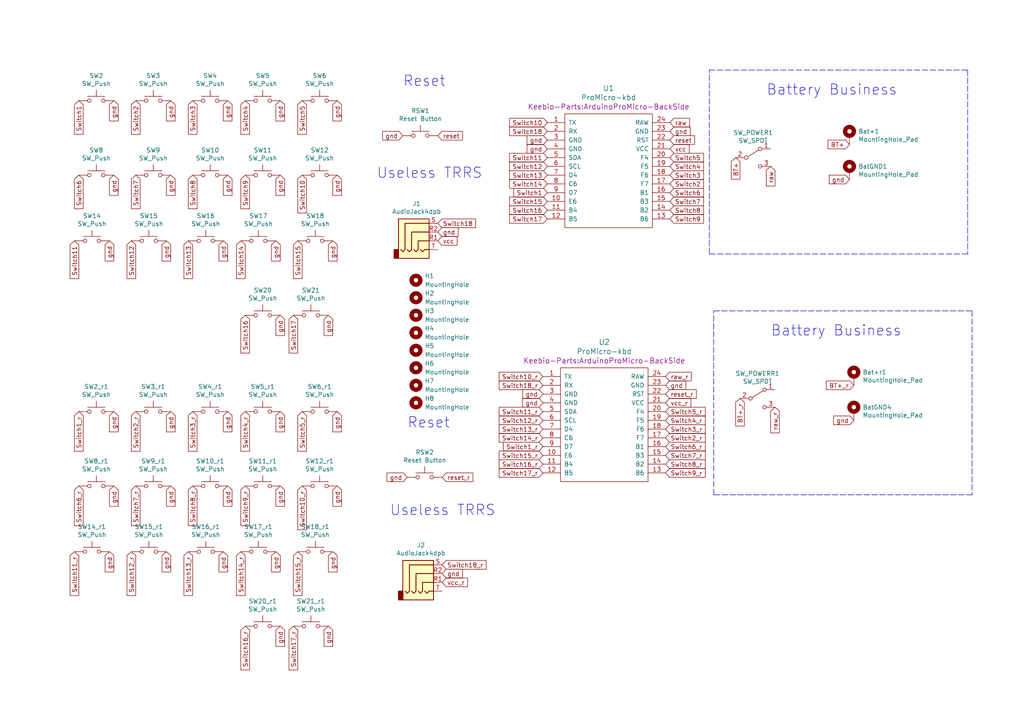
<source format=kicad_sch>
(kicad_sch (version 20211123) (generator eeschema)
  (paper "A4")
  (title_block (title "Sweep V2") (date "2021-03-10") (rev "0.1") (company "broomlabs"))
  (lib_symbols
    (symbol "Connector:AudioJack4"
      (property "Reference" "J" (at 0 8.89 0))
      (property "Value" "AudioJack4" (at 0 6.35 0))
      (symbol "AudioJack4_0_1"
        (rectangle (start -6.35 -5.08) (end -7.62 -7.62) (stroke (width 0.254)) (fill (type outline)))
        (polyline (pts (xy 0 -5.08) (xy 0.635 -5.715) (xy 1.27 -5.08) (xy 2.54 -5.08)) (stroke (width 0.254)))
        (polyline (pts (xy -5.715 -5.08) (xy -5.08 -5.715) (xy -4.445 -5.08) (xy -4.445 2.54) (xy 2.54 2.54)) (stroke (width 0.254)))
        (polyline (pts (xy -1.905 -5.08) (xy -1.27 -5.715) (xy -0.635 -5.08) (xy -0.635 -2.54) (xy 2.54 -2.54)) (stroke (width 0.254)))
        (polyline (pts (xy 2.54 0) (xy -2.54 0) (xy -2.54 -5.08) (xy -3.175 -5.715) (xy -3.81 -5.08)) (stroke (width 0.254)))
        (rectangle (start 2.54 3.81) (end -6.35 -7.62) (stroke (width 0.254)) (fill (type background)))
      )
      (symbol "AudioJack4_1_1"
        (pin passive line (at 5.08 -2.54 180) (length 2.54) (name "~") (number "R1"))
        (pin passive line (at 5.08 0 180) (length 2.54) (name "~") (number "R2"))
        (pin passive line (at 5.08 2.54 180) (length 2.54) (name "~") (number "S"))
        (pin passive line (at 5.08 -5.08 180) (length 2.54) (name "~") (number "T"))
      )
    )
    (symbol "Mechanical:MountingHole" (pin_names (offset 1.016))
      (property "Reference" "H" (at 0 5.08 0))
      (property "Value" "MountingHole" (at 0 3.175 0))
      (symbol "MountingHole_0_1"
        (circle (center 0 0) (radius 1.27) (stroke (width 1.27)))
      )
    )
    (symbol "Mechanical:MountingHole_Pad" (pin_numbers hide) (pin_names (offset 1.016) hide)
      (property "Reference" "H" (at 0 6.35 0))
      (property "Value" "MountingHole_Pad" (at 0 4.445 0))
      (symbol "MountingHole_Pad_0_1"
        (circle (center 0 1.27) (radius 1.27) (stroke (width 1.27)))
      )
      (symbol "MountingHole_Pad_1_1"
        (pin input line (at 0 -2.54 90) (length 2.54) (name "1") (number "1"))
      )
    )
    (symbol "Switch:SW_Push" (pin_numbers hide) (pin_names (offset 1.016) hide)
      (property "Reference" "SW" (at 1.27 2.54 0))
      (property "Value" "SW_Push" (at 0 -1.524 0))
      (symbol "SW_Push_0_1"
        (circle (center -2.032 0) (radius 0.508))
        (polyline (pts (xy 0 1.27) (xy 0 3.048)))
        (polyline (pts (xy 2.54 1.27) (xy -2.54 1.27)))
        (circle (center 2.032 0) (radius 0.508))
        (pin passive line (at -5.08 0 0) (length 2.54) (name "1") (number "1"))
        (pin passive line (at 5.08 0 180) (length 2.54) (name "2") (number "2"))
      )
    )
    (symbol "Switch:SW_SPDT" (pin_names (offset 0) hide)
      (property "Reference" "SW" (at 0 4.318 0))
      (property "Value" "SW_SPDT" (at 0 -5.08 0))
      (symbol "SW_SPDT_0_0"
        (circle (center -2.032 0) (radius 0.508))
        (circle (center 2.032 -2.54) (radius 0.508))
      )
      (symbol "SW_SPDT_0_1"
        (polyline (pts (xy -1.524 0.254) (xy 1.651 2.286)))
        (circle (center 2.032 2.54) (radius 0.508))
      )
      (symbol "SW_SPDT_1_1"
        (pin passive line (at 5.08 2.54 180) (length 2.54) (name "A") (number "1"))
        (pin passive line (at -5.08 0 0) (length 2.54) (name "B") (number "2"))
        (pin passive line (at 5.08 -2.54 180) (length 2.54) (name "C") (number "3"))
      )
    )
    (symbol "sweepv2-rescue:ProMicro-kbd-bigblackpill-34key-rescue" (pin_names (offset 1.016))
      (property "Reference" "U" (at 0 24.13 0))
      (property "Value" "ProMicro-kbd-bigblackpill-34key-rescue" (at 0 -13.97 0))
      (symbol "ProMicro-kbd-bigblackpill-34key-rescue_0_1"
        (rectangle (start -12.7 21.59) (end 12.7 -11.43))
      )
      (symbol "ProMicro-kbd-bigblackpill-34key-rescue_1_1"
        (pin bidirectional line (at -17.78 19.05 0) (length 5.08) (name "TX") (number "1"))
        (pin bidirectional line (at -17.78 -3.81 0) (length 5.08) (name "E6") (number "10"))
        (pin bidirectional line (at -17.78 -6.35 0) (length 5.08) (name "B4") (number "11"))
        (pin bidirectional line (at -17.78 -8.89 0) (length 5.08) (name "B5") (number "12"))
        (pin bidirectional line (at 17.78 -8.89 180) (length 5.08) (name "B6") (number "13"))
        (pin bidirectional line (at 17.78 -6.35 180) (length 5.08) (name "B2") (number "14"))
        (pin bidirectional line (at 17.78 -3.81 180) (length 5.08) (name "B3") (number "15"))
        (pin bidirectional line (at 17.78 -1.27 180) (length 5.08) (name "B1") (number "16"))
        (pin bidirectional line (at 17.78 1.27 180) (length 5.08) (name "F7") (number "17"))
        (pin bidirectional line (at 17.78 3.81 180) (length 5.08) (name "F6") (number "18"))
        (pin bidirectional line (at 17.78 6.35 180) (length 5.08) (name "F5") (number "19"))
        (pin bidirectional line (at -17.78 16.51 0) (length 5.08) (name "RX") (number "2"))
        (pin bidirectional line (at 17.78 8.89 180) (length 5.08) (name "F4") (number "20"))
        (pin power_in line (at 17.78 11.43 180) (length 5.08) (name "VCC") (number "21"))
        (pin input line (at 17.78 13.97 180) (length 5.08) (name "RST") (number "22"))
        (pin power_in line (at 17.78 16.51 180) (length 5.08) (name "GND") (number "23"))
        (pin power_out line (at 17.78 19.05 180) (length 5.08) (name "RAW") (number "24"))
        (pin power_in line (at -17.78 13.97 0) (length 5.08) (name "GND") (number "3"))
        (pin power_in line (at -17.78 11.43 0) (length 5.08) (name "GND") (number "4"))
        (pin bidirectional line (at -17.78 8.89 0) (length 5.08) (name "SDA") (number "5"))
        (pin bidirectional line (at -17.78 6.35 0) (length 5.08) (name "SCL") (number "6"))
        (pin bidirectional line (at -17.78 3.81 0) (length 5.08) (name "D4") (number "7"))
        (pin bidirectional line (at -17.78 1.27 0) (length 5.08) (name "C6") (number "8"))
        (pin bidirectional line (at -17.78 -1.27 0) (length 5.08) (name "D7") (number "9"))
      )
    )
  )
  (polyline (pts (xy 280.67 20.32) (xy 280.67 73.66)))
  (polyline (pts (xy 207.01 143.51) (xy 207.01 90.17)))
  (polyline (pts (xy 207.01 90.17) (xy 281.94 90.17)))
  (polyline (pts (xy 280.67 73.66) (xy 205.74 73.66)))
  (polyline (pts (xy 281.94 143.51) (xy 207.01 143.51)))
  (polyline (pts (xy 205.74 20.32) (xy 280.67 20.32)))
  (polyline (pts (xy 281.94 90.17) (xy 281.94 143.51)))
  (polyline (pts (xy 205.74 73.66) (xy 205.74 20.32)))
  (text "Battery Business" (at 223.52 97.79 0) (effects (font (size 2.9972 2.9972)) (justify left bottom)))
  (text "Useless TRRS\n" (at 113.03 149.86 0) (effects (font (size 2.9972 2.9972)) (justify left bottom)))
  (text "Reset" (at 118.11 124.46 0) (effects (font (size 2.9972 2.9972)) (justify left bottom)))
  (text "Reset" (at 116.84 25.4 0) (effects (font (size 2.9972 2.9972)) (justify left bottom)))
  (text "Useless TRRS\n" (at 109.22 52.07 0) (effects (font (size 2.9972 2.9972)) (justify left bottom)))
  (text "Battery Business" (at 222.25 27.94 0) (effects (font (size 2.9972 2.9972)) (justify left bottom)))
  (global_label "gnd" (shape input) (at 66.04 29.21 270) (property "Intersheet References" "${INTERSHEET_REFS}" (effects hide)))
  (global_label "gnd" (shape input) (at 95.25 181.61 270) (property "Intersheet References" "${INTERSHEET_REFS}" (effects hide)))
  (global_label "Switch9_r" (shape input) (at 71.12 140.97 270) (property "Intersheet References" "${INTERSHEET_REFS}" (effects hide)))
  (global_label "gnd" (shape input) (at 96.52 69.85 270) (property "Intersheet References" "${INTERSHEET_REFS}" (effects hide)))
  (global_label "Switch3" (shape input) (at 55.88 29.21 270) (property "Intersheet References" "${INTERSHEET_REFS}" (effects hide)))
  (global_label "Switch8" (shape input) (at 55.88 50.8 270) (property "Intersheet References" "${INTERSHEET_REFS}" (effects hide)))
  (global_label "gnd" (shape input) (at 116.84 39.37 180) (property "Intersheet References" "${INTERSHEET_REFS}" (effects hide)))
  (global_label "Switch10_r" (shape input) (at 87.63 140.97 270) (property "Intersheet References" "${INTERSHEET_REFS}" (effects hide)))
  (global_label "BT+_r" (shape input) (at 247.65 111.76 180) (property "Intersheet References" "${INTERSHEET_REFS}" (effects hide)))
  (global_label "gnd" (shape input) (at 81.28 181.61 270) (property "Intersheet References" "${INTERSHEET_REFS}" (effects hide)))
  (global_label "Switch18_r" (shape input) (at 157.48 111.76 180) (property "Intersheet References" "${INTERSHEET_REFS}" (effects hide)))
  (global_label "gnd" (shape input) (at 49.53 50.8 270) (property "Intersheet References" "${INTERSHEET_REFS}" (effects hide)))
  (global_label "Switch11" (shape input) (at 158.75 45.72 180) (property "Intersheet References" "${INTERSHEET_REFS}" (effects hide)))
  (global_label "gnd" (shape input) (at 81.28 29.21 270) (property "Intersheet References" "${INTERSHEET_REFS}" (effects hide)))
  (global_label "Switch9" (shape input) (at 194.31 63.5 0) (property "Intersheet References" "${INTERSHEET_REFS}" (effects hide)))
  (global_label "BT+" (shape input) (at 246.38 41.91 180) (property "Intersheet References" "${INTERSHEET_REFS}" (effects hide)))
  (global_label "gnd" (shape input) (at 128.27 166.37 0) (property "Intersheet References" "${INTERSHEET_REFS}" (effects hide)))
  (global_label "Switch15_r" (shape input) (at 157.48 132.08 180) (property "Intersheet References" "${INTERSHEET_REFS}" (effects hide)))
  (global_label "Switch3" (shape input) (at 194.31 50.8 0) (property "Intersheet References" "${INTERSHEET_REFS}" (effects hide)))
  (global_label "Switch10_r" (shape input) (at 157.48 109.22 180) (property "Intersheet References" "${INTERSHEET_REFS}" (effects hide)))
  (global_label "Switch14_r" (shape input) (at 69.85 160.02 270) (property "Intersheet References" "${INTERSHEET_REFS}" (effects hide)))
  (global_label "Switch4_r" (shape input) (at 71.12 119.38 270) (property "Intersheet References" "${INTERSHEET_REFS}" (effects hide)))
  (global_label "gnd" (shape input) (at 157.48 116.84 180) (property "Intersheet References" "${INTERSHEET_REFS}" (effects hide)))
  (global_label "Switch8_r" (shape input) (at 55.88 140.97 270) (property "Intersheet References" "${INTERSHEET_REFS}" (effects hide)))
  (global_label "BT+" (shape input) (at 213.36 45.72 270) (property "Intersheet References" "${INTERSHEET_REFS}" (effects hide)))
  (global_label "Switch14_r" (shape input) (at 157.48 127 180) (property "Intersheet References" "${INTERSHEET_REFS}" (effects hide)))
  (global_label "Switch6" (shape input) (at 194.31 55.88 0) (property "Intersheet References" "${INTERSHEET_REFS}" (effects hide)))
  (global_label "Switch14" (shape input) (at 69.85 69.85 270) (property "Intersheet References" "${INTERSHEET_REFS}" (effects hide)))
  (global_label "gnd" (shape input) (at 158.75 43.18 180) (property "Intersheet References" "${INTERSHEET_REFS}" (effects hide)))
  (global_label "Switch16" (shape input) (at 158.75 60.96 180) (property "Intersheet References" "${INTERSHEET_REFS}" (effects hide)))
  (global_label "gnd" (shape input) (at 81.28 50.8 270) (property "Intersheet References" "${INTERSHEET_REFS}" (effects hide)))
  (global_label "raw_r" (shape input) (at 193.04 109.22 0) (property "Intersheet References" "${INTERSHEET_REFS}" (effects hide)))
  (global_label "Switch5_r" (shape input) (at 193.04 119.38 0) (property "Intersheet References" "${INTERSHEET_REFS}" (effects hide)))
  (global_label "Switch18" (shape input) (at 127 64.77 0) (property "Intersheet References" "${INTERSHEET_REFS}" (effects hide)))
  (global_label "Switch11" (shape input) (at 21.59 69.85 270) (property "Intersheet References" "${INTERSHEET_REFS}" (effects hide)))
  (global_label "Switch7_r" (shape input) (at 39.37 140.97 270) (property "Intersheet References" "${INTERSHEET_REFS}" (effects hide)))
  (global_label "Switch7" (shape input) (at 194.31 58.42 0) (property "Intersheet References" "${INTERSHEET_REFS}" (effects hide)))
  (global_label "Switch15_r" (shape input) (at 86.36 160.02 270) (property "Intersheet References" "${INTERSHEET_REFS}" (effects hide)))
  (global_label "Switch6" (shape input) (at 22.86 50.8 270) (property "Intersheet References" "${INTERSHEET_REFS}" (effects hide)))
  (global_label "Switch1_r" (shape input) (at 157.48 129.54 180) (property "Intersheet References" "${INTERSHEET_REFS}" (effects hide)))
  (global_label "gnd" (shape input) (at 95.25 91.44 270) (property "Intersheet References" "${INTERSHEET_REFS}" (effects hide)))
  (global_label "gnd" (shape input) (at 48.26 160.02 270) (property "Intersheet References" "${INTERSHEET_REFS}" (effects hide)))
  (global_label "reset_r" (shape input) (at 128.27 138.43 0) (property "Intersheet References" "${INTERSHEET_REFS}" (effects hide)))
  (global_label "Switch2" (shape input) (at 194.31 53.34 0) (property "Intersheet References" "${INTERSHEET_REFS}" (effects hide)))
  (global_label "Switch7" (shape input) (at 39.37 50.8 270) (property "Intersheet References" "${INTERSHEET_REFS}" (effects hide)))
  (global_label "gnd" (shape input) (at 158.75 40.64 180) (property "Intersheet References" "${INTERSHEET_REFS}" (effects hide)))
  (global_label "Switch17_r" (shape input) (at 85.09 181.61 270) (property "Intersheet References" "${INTERSHEET_REFS}" (effects hide)))
  (global_label "Switch10" (shape input) (at 87.63 50.8 270) (property "Intersheet References" "${INTERSHEET_REFS}" (effects hide)))
  (global_label "gnd" (shape input) (at 247.65 121.92 180) (property "Intersheet References" "${INTERSHEET_REFS}" (effects hide)))
  (global_label "reset" (shape input) (at 127 39.37 0) (property "Intersheet References" "${INTERSHEET_REFS}" (effects hide)))
  (global_label "Switch4_r" (shape input) (at 193.04 121.92 0) (property "Intersheet References" "${INTERSHEET_REFS}" (effects hide)))
  (global_label "reset_r" (shape input) (at 193.04 114.3 0) (property "Intersheet References" "${INTERSHEET_REFS}" (effects hide)))
  (global_label "Switch2_r" (shape input) (at 39.37 119.38 270) (property "Intersheet References" "${INTERSHEET_REFS}" (effects hide)))
  (global_label "Switch13" (shape input) (at 54.61 69.85 270) (property "Intersheet References" "${INTERSHEET_REFS}" (effects hide)))
  (global_label "Switch12_r" (shape input) (at 157.48 121.92 180) (property "Intersheet References" "${INTERSHEET_REFS}" (effects hide)))
  (global_label "gnd" (shape input) (at 193.04 111.76 0) (property "Intersheet References" "${INTERSHEET_REFS}" (effects hide)))
  (global_label "gnd" (shape input) (at 97.79 29.21 270) (property "Intersheet References" "${INTERSHEET_REFS}" (effects hide)))
  (global_label "Switch16_r" (shape input) (at 71.12 181.61 270) (property "Intersheet References" "${INTERSHEET_REFS}" (effects hide)))
  (global_label "Switch18_r" (shape input) (at 128.27 163.83 0) (property "Intersheet References" "${INTERSHEET_REFS}" (effects hide)))
  (global_label "gnd" (shape input) (at 81.28 140.97 270) (property "Intersheet References" "${INTERSHEET_REFS}" (effects hide)))
  (global_label "gnd" (shape input) (at 49.53 140.97 270) (property "Intersheet References" "${INTERSHEET_REFS}" (effects hide)))
  (global_label "gnd" (shape input) (at 80.01 160.02 270) (property "Intersheet References" "${INTERSHEET_REFS}" (effects hide)))
  (global_label "gnd" (shape input) (at 118.11 138.43 180) (property "Intersheet References" "${INTERSHEET_REFS}" (effects hide)))
  (global_label "Switch8_r" (shape input) (at 193.04 134.62 0) (property "Intersheet References" "${INTERSHEET_REFS}" (effects hide)))
  (global_label "gnd" (shape input) (at 49.53 29.21 270) (property "Intersheet References" "${INTERSHEET_REFS}" (effects hide)))
  (global_label "Switch1" (shape input) (at 22.86 29.21 270) (property "Intersheet References" "${INTERSHEET_REFS}" (effects hide)))
  (global_label "vcc" (shape input) (at 127 69.85 0) (property "Intersheet References" "${INTERSHEET_REFS}" (effects hide)))
  (global_label "vcc_r" (shape input) (at 128.27 168.91 0) (property "Intersheet References" "${INTERSHEET_REFS}" (effects hide)))
  (global_label "raw_r" (shape input) (at 224.79 118.11 270) (property "Intersheet References" "${INTERSHEET_REFS}" (effects hide)))
  (global_label "gnd" (shape input) (at 66.04 119.38 270) (property "Intersheet References" "${INTERSHEET_REFS}" (effects hide)))
  (global_label "gnd" (shape input) (at 31.75 69.85 270) (property "Intersheet References" "${INTERSHEET_REFS}" (effects hide)))
  (global_label "gnd" (shape input) (at 96.52 160.02 270) (property "Intersheet References" "${INTERSHEET_REFS}" (effects hide)))
  (global_label "Switch12" (shape input) (at 38.1 69.85 270) (property "Intersheet References" "${INTERSHEET_REFS}" (effects hide)))
  (global_label "Switch11_r" (shape input) (at 21.59 160.02 270) (property "Intersheet References" "${INTERSHEET_REFS}" (effects hide)))
  (global_label "Switch2" (shape input) (at 39.37 29.21 270) (property "Intersheet References" "${INTERSHEET_REFS}" (effects hide)))
  (global_label "Switch8" (shape input) (at 194.31 60.96 0) (property "Intersheet References" "${INTERSHEET_REFS}" (effects hide)))
  (global_label "gnd" (shape input) (at 157.48 114.3 180) (property "Intersheet References" "${INTERSHEET_REFS}" (effects hide)))
  (global_label "gnd" (shape input) (at 97.79 140.97 270) (property "Intersheet References" "${INTERSHEET_REFS}" (effects hide)))
  (global_label "Switch5" (shape input) (at 194.31 45.72 0) (property "Intersheet References" "${INTERSHEET_REFS}" (effects hide)))
  (global_label "Switch7_r" (shape input) (at 193.04 132.08 0) (property "Intersheet References" "${INTERSHEET_REFS}" (effects hide)))
  (global_label "gnd" (shape input) (at 33.02 119.38 270) (property "Intersheet References" "${INTERSHEET_REFS}" (effects hide)))
  (global_label "gnd" (shape input) (at 33.02 29.21 270) (property "Intersheet References" "${INTERSHEET_REFS}" (effects hide)))
  (global_label "Switch17" (shape input) (at 85.09 91.44 270) (property "Intersheet References" "${INTERSHEET_REFS}" (effects hide)))
  (global_label "Switch3_r" (shape input) (at 55.88 119.38 270) (property "Intersheet References" "${INTERSHEET_REFS}" (effects hide)))
  (global_label "Switch18" (shape input) (at 158.75 38.1 180) (property "Intersheet References" "${INTERSHEET_REFS}" (effects hide)))
  (global_label "reset" (shape input) (at 194.31 40.64 0) (property "Intersheet References" "${INTERSHEET_REFS}" (effects hide)))
  (global_label "Switch11_r" (shape input) (at 157.48 119.38 180) (property "Intersheet References" "${INTERSHEET_REFS}" (effects hide)))
  (global_label "Switch15" (shape input) (at 86.36 69.85 270) (property "Intersheet References" "${INTERSHEET_REFS}" (effects hide)))
  (global_label "gnd" (shape input) (at 97.79 119.38 270) (property "Intersheet References" "${INTERSHEET_REFS}" (effects hide)))
  (global_label "Switch4" (shape input) (at 194.31 48.26 0) (property "Intersheet References" "${INTERSHEET_REFS}" (effects hide)))
  (global_label "Switch5" (shape input) (at 87.63 29.21 270) (property "Intersheet References" "${INTERSHEET_REFS}" (effects hide)))
  (global_label "gnd" (shape input) (at 127 67.31 0) (property "Intersheet References" "${INTERSHEET_REFS}" (effects hide)))
  (global_label "vcc" (shape input) (at 194.31 43.18 0) (property "Intersheet References" "${INTERSHEET_REFS}" (effects hide)))
  (global_label "gnd" (shape input) (at 64.77 69.85 270) (property "Intersheet References" "${INTERSHEET_REFS}" (effects hide)))
  (global_label "gnd" (shape input) (at 66.04 50.8 270) (property "Intersheet References" "${INTERSHEET_REFS}" (effects hide)))
  (global_label "raw" (shape input) (at 223.52 48.26 270) (property "Intersheet References" "${INTERSHEET_REFS}" (effects hide)))
  (global_label "gnd" (shape input) (at 49.53 119.38 270) (property "Intersheet References" "${INTERSHEET_REFS}" (effects hide)))
  (global_label "Switch17_r" (shape input) (at 157.48 137.16 180) (property "Intersheet References" "${INTERSHEET_REFS}" (effects hide)))
  (global_label "gnd" (shape input) (at 80.01 69.85 270) (property "Intersheet References" "${INTERSHEET_REFS}" (effects hide)))
  (global_label "Switch9" (shape input) (at 71.12 50.8 270) (property "Intersheet References" "${INTERSHEET_REFS}" (effects hide)))
  (global_label "gnd" (shape input) (at 246.38 52.07 180) (property "Intersheet References" "${INTERSHEET_REFS}" (effects hide)))
  (global_label "gnd" (shape input) (at 81.28 91.44 270) (property "Intersheet References" "${INTERSHEET_REFS}" (effects hide)))
  (global_label "gnd" (shape input) (at 48.26 69.85 270) (property "Intersheet References" "${INTERSHEET_REFS}" (effects hide)))
  (global_label "Switch16_r" (shape input) (at 157.48 134.62 180) (property "Intersheet References" "${INTERSHEET_REFS}" (effects hide)))
  (global_label "Switch1" (shape input) (at 158.75 55.88 180) (property "Intersheet References" "${INTERSHEET_REFS}" (effects hide)))
  (global_label "gnd" (shape input) (at 194.31 38.1 0) (property "Intersheet References" "${INTERSHEET_REFS}" (effects hide)))
  (global_label "BT+_r" (shape input) (at 214.63 115.57 270) (property "Intersheet References" "${INTERSHEET_REFS}" (effects hide)))
  (global_label "gnd" (shape input) (at 33.02 50.8 270) (property "Intersheet References" "${INTERSHEET_REFS}" (effects hide)))
  (global_label "Switch9_r" (shape input) (at 193.04 137.16 0) (property "Intersheet References" "${INTERSHEET_REFS}" (effects hide)))
  (global_label "Switch4" (shape input) (at 71.12 29.21 270) (property "Intersheet References" "${INTERSHEET_REFS}" (effects hide)))
  (global_label "Switch12" (shape input) (at 158.75 48.26 180) (property "Intersheet References" "${INTERSHEET_REFS}" (effects hide)))
  (global_label "Switch13" (shape input) (at 158.75 50.8 180) (property "Intersheet References" "${INTERSHEET_REFS}" (effects hide)))
  (global_label "Switch15" (shape input) (at 158.75 58.42 180) (property "Intersheet References" "${INTERSHEET_REFS}" (effects hide)))
  (global_label "Switch14" (shape input) (at 158.75 53.34 180) (property "Intersheet References" "${INTERSHEET_REFS}" (effects hide)))
  (global_label "gnd" (shape input) (at 81.28 119.38 270) (property "Intersheet References" "${INTERSHEET_REFS}" (effects hide)))
  (global_label "Switch6_r" (shape input) (at 193.04 129.54 0) (property "Intersheet References" "${INTERSHEET_REFS}" (effects hide)))
  (global_label "gnd" (shape input) (at 66.04 140.97 270) (property "Intersheet References" "${INTERSHEET_REFS}" (effects hide)))
  (global_label "gnd" (shape input) (at 64.77 160.02 270) (property "Intersheet References" "${INTERSHEET_REFS}" (effects hide)))
  (global_label "Switch5_r" (shape input) (at 87.63 119.38 270) (property "Intersheet References" "${INTERSHEET_REFS}" (effects hide)))
  (global_label "Switch6_r" (shape input) (at 22.86 140.97 270) (property "Intersheet References" "${INTERSHEET_REFS}" (effects hide)))
  (global_label "Switch3_r" (shape input) (at 193.04 124.46 0) (property "Intersheet References" "${INTERSHEET_REFS}" (effects hide)))
  (global_label "Switch12_r" (shape input) (at 38.1 160.02 270) (property "Intersheet References" "${INTERSHEET_REFS}" (effects hide)))
  (global_label "Switch1_r" (shape input) (at 22.86 119.38 270) (property "Intersheet References" "${INTERSHEET_REFS}" (effects hide)))
  (global_label "Switch2_r" (shape input) (at 193.04 127 0) (property "Intersheet References" "${INTERSHEET_REFS}" (effects hide)))
  (global_label "Switch13_r" (shape input) (at 54.61 160.02 270) (property "Intersheet References" "${INTERSHEET_REFS}" (effects hide)))
  (global_label "gnd" (shape input) (at 33.02 140.97 270) (property "Intersheet References" "${INTERSHEET_REFS}" (effects hide)))
  (global_label "gnd" (shape input) (at 97.79 50.8 270) (property "Intersheet References" "${INTERSHEET_REFS}" (effects hide)))
  (global_label "gnd" (shape input) (at 31.75 160.02 270) (property "Intersheet References" "${INTERSHEET_REFS}" (effects hide)))
  (global_label "raw" (shape input) (at 194.31 35.56 0) (property "Intersheet References" "${INTERSHEET_REFS}" (effects hide)))
  (global_label "Switch17" (shape input) (at 158.75 63.5 180) (property "Intersheet References" "${INTERSHEET_REFS}" (effects hide)))
  (global_label "Switch13_r" (shape input) (at 157.48 124.46 180) (property "Intersheet References" "${INTERSHEET_REFS}" (effects hide)))
  (global_label "Switch10" (shape input) (at 158.75 35.56 180) (property "Intersheet References" "${INTERSHEET_REFS}" (effects hide)))
  (global_label "vcc_r" (shape input) (at 193.04 116.84 0) (property "Intersheet References" "${INTERSHEET_REFS}" (effects hide)))
  (global_label "Switch16" (shape input) (at 71.12 91.44 270) (property "Intersheet References" "${INTERSHEET_REFS}" (effects hide)))
  (symbol (lib_id "Mechanical:MountingHole_Pad") (at 246.38 39.37 0) (unit 1)
    (property "Reference" "Bat+1" (at 248.92 38.1254 0) (effects (justify left)))
    (property "Value" "MountingHole_Pad" (at 248.92 40.4368 0) (effects (justify left)))
    (property "Footprint" "Connector_Pin:Pin_D1.0mm_L10.0mm_LooseFit" (effects hide))
  )
  (symbol (lib_id "Mechanical:MountingHole_Pad") (at 246.38 49.53 0) (unit 1)
    (property "Reference" "BatGND1" (at 248.92 48.2854 0) (effects (justify left)))
    (property "Value" "MountingHole_Pad" (at 248.92 50.5968 0) (effects (justify left)))
    (property "Footprint" "Connector_Pin:Pin_D1.0mm_L10.0mm_LooseFit" (effects hide))
  )
  (symbol (lib_id "sweepv2-rescue:ProMicro-kbd-bigblackpill-34key-rescue") (at 176.53 54.61 0) (unit 1)
    (property "Reference" "U1" (at 176.53 25.5778 0) (effects (font (size 1.524 1.524))))
    (property "Value" "ProMicro-kbd" (at 176.53 28.2702 0) (effects (font (size 1.524 1.524))))
    (property "Footprint" "Keebio-Parts:ArduinoProMicro-BackSide" (at 176.53 30.9626 0) (effects (font (size 1.524 1.524))))
  )
  (symbol (lib_id "Switch:SW_Push") (at 27.94 29.21 0) (unit 1)
    (property "Reference" "SW2" (at 27.94 21.971 0))
    (property "Value" "SW_Push" (at 27.94 24.2824 0))
    (property "Footprint" "Switch_Keyboard_Kailh:SW_Kailh_Choc_V1" (effects hide))
  )
  (symbol (lib_id "Switch:SW_Push") (at 44.45 29.21 0) (unit 1)
    (property "Reference" "SW3" (at 44.45 21.971 0))
    (property "Value" "SW_Push" (at 44.45 24.2824 0))
    (property "Footprint" "Switch_Keyboard_Kailh:SW_Kailh_Choc_V1" (effects hide))
  )
  (symbol (lib_id "Switch:SW_Push") (at 60.96 29.21 0) (unit 1)
    (property "Reference" "SW4" (at 60.96 21.971 0))
    (property "Value" "SW_Push" (at 60.96 24.2824 0))
    (property "Footprint" "Switch_Keyboard_Kailh:SW_Kailh_Choc_V1" (effects hide))
  )
  (symbol (lib_id "Switch:SW_Push") (at 76.2 29.21 0) (unit 1)
    (property "Reference" "SW5" (at 76.2 21.971 0))
    (property "Value" "SW_Push" (at 76.2 24.2824 0))
    (property "Footprint" "Switch_Keyboard_Kailh:SW_Kailh_Choc_V1" (effects hide))
  )
  (symbol (lib_id "Switch:SW_Push") (at 92.71 29.21 0) (unit 1)
    (property "Reference" "SW6" (at 92.71 21.971 0))
    (property "Value" "SW_Push" (at 92.71 24.2824 0))
    (property "Footprint" "Switch_Keyboard_Kailh:SW_Kailh_Choc_V1" (effects hide))
  )
  (symbol (lib_id "Switch:SW_Push") (at 76.2 91.44 0) (unit 1)
    (property "Reference" "SW20" (at 76.2 84.201 0))
    (property "Value" "SW_Push" (at 76.2 86.5124 0))
    (property "Footprint" "Switch_Keyboard_Kailh:SW_Kailh_Choc_V1" (effects hide))
  )
  (symbol (lib_id "Switch:SW_Push") (at 90.17 91.44 0) (unit 1)
    (property "Reference" "SW21" (at 90.17 84.201 0))
    (property "Value" "SW_Push" (at 90.17 86.5124 0))
    (property "Footprint" "Switch_Keyboard_Kailh:SW_Kailh_Choc_V1" (effects hide))
  )
  (symbol (lib_id "Switch:SW_Push") (at 27.94 50.8 0) (unit 1)
    (property "Reference" "SW8" (at 27.94 43.561 0))
    (property "Value" "SW_Push" (at 27.94 45.8724 0))
    (property "Footprint" "Switch_Keyboard_Kailh:SW_Kailh_Choc_V1" (effects hide))
  )
  (symbol (lib_id "Switch:SW_Push") (at 44.45 50.8 0) (unit 1)
    (property "Reference" "SW9" (at 44.45 43.561 0))
    (property "Value" "SW_Push" (at 44.45 45.8724 0))
    (property "Footprint" "Switch_Keyboard_Kailh:SW_Kailh_Choc_V1" (effects hide))
  )
  (symbol (lib_id "Switch:SW_Push") (at 60.96 50.8 0) (unit 1)
    (property "Reference" "SW10" (at 60.96 43.561 0))
    (property "Value" "SW_Push" (at 60.96 45.8724 0))
    (property "Footprint" "Switch_Keyboard_Kailh:SW_Kailh_Choc_V1" (effects hide))
  )
  (symbol (lib_id "Switch:SW_Push") (at 76.2 50.8 0) (unit 1)
    (property "Reference" "SW11" (at 76.2 43.561 0))
    (property "Value" "SW_Push" (at 76.2 45.8724 0))
    (property "Footprint" "Switch_Keyboard_Kailh:SW_Kailh_Choc_V1" (effects hide))
  )
  (symbol (lib_id "Switch:SW_Push") (at 92.71 50.8 0) (unit 1)
    (property "Reference" "SW12" (at 92.71 43.561 0))
    (property "Value" "SW_Push" (at 92.71 45.8724 0))
    (property "Footprint" "Switch_Keyboard_Kailh:SW_Kailh_Choc_V1" (effects hide))
  )
  (symbol (lib_id "Switch:SW_Push") (at 26.67 69.85 0) (unit 1)
    (property "Reference" "SW14" (at 26.67 62.611 0))
    (property "Value" "SW_Push" (at 26.67 64.9224 0))
    (property "Footprint" "Switch_Keyboard_Kailh:SW_Kailh_Choc_V1" (effects hide))
  )
  (symbol (lib_id "Switch:SW_Push") (at 43.18 69.85 0) (unit 1)
    (property "Reference" "SW15" (at 43.18 62.611 0))
    (property "Value" "SW_Push" (at 43.18 64.9224 0))
    (property "Footprint" "Switch_Keyboard_Kailh:SW_Kailh_Choc_V1" (effects hide))
  )
  (symbol (lib_id "Switch:SW_Push") (at 59.69 69.85 0) (unit 1)
    (property "Reference" "SW16" (at 59.69 62.611 0))
    (property "Value" "SW_Push" (at 59.69 64.9224 0))
    (property "Footprint" "Switch_Keyboard_Kailh:SW_Kailh_Choc_V1" (effects hide))
  )
  (symbol (lib_id "Switch:SW_Push") (at 74.93 69.85 0) (unit 1)
    (property "Reference" "SW17" (at 74.93 62.611 0))
    (property "Value" "SW_Push" (at 74.93 64.9224 0))
    (property "Footprint" "Switch_Keyboard_Kailh:SW_Kailh_Choc_V1" (effects hide))
  )
  (symbol (lib_id "Switch:SW_Push") (at 91.44 69.85 0) (unit 1)
    (property "Reference" "SW18" (at 91.44 62.611 0))
    (property "Value" "SW_Push" (at 91.44 64.9224 0))
    (property "Footprint" "Switch_Keyboard_Kailh:SW_Kailh_Choc_V1" (effects hide))
  )
  (symbol (lib_id "Switch:SW_Push") (at 121.92 39.37 0) (unit 1)
    (property "Reference" "RSW1" (at 121.92 32.131 0))
    (property "Value" "Reset Button" (at 121.92 34.4424 0))
    (property "Footprint" "Button_Switch_SMD:SW_Push_SPST_NO_Alps_SKRK" (effects hide))
  )
  (symbol (lib_id "Switch:SW_SPDT") (at 218.44 45.72 0) (unit 1)
    (property "Reference" "SW_POWER1" (at 218.44 38.481 0))
    (property "Value" "SW_SPDT" (at 218.44 40.7924 0))
    (property "Footprint" "Button_Switch_SMD:SW_SPDT_PCM12" (effects hide))
  )
  (symbol (lib_id "Connector:AudioJack4") (at 121.92 67.31 0) (unit 1)
    (property "Reference" "J1" (at 120.8278 59.055 0))
    (property "Value" "AudioJack4dpb" (at 120.8278 61.3664 0))
    (property "Footprint" "env_extra:PJ-320A" (effects hide))
  )
  (symbol (lib_id "Switch:SW_Push") (at 27.94 119.38 0) (unit 1)
    (property "Reference" "SW2_r1" (at 27.94 112.141 0))
    (property "Value" "SW_Push" (at 27.94 114.4524 0))
    (property "Footprint" "Switch_Keyboard_Kailh:SW_Kailh_Choc_V1" (effects hide))
  )
  (symbol (lib_id "Switch:SW_Push") (at 44.45 119.38 0) (unit 1)
    (property "Reference" "SW3_r1" (at 44.45 112.141 0))
    (property "Value" "SW_Push" (at 44.45 114.4524 0))
    (property "Footprint" "Switch_Keyboard_Kailh:SW_Kailh_Choc_V1" (effects hide))
  )
  (symbol (lib_id "Switch:SW_Push") (at 60.96 119.38 0) (unit 1)
    (property "Reference" "SW4_r1" (at 60.96 112.141 0))
    (property "Value" "SW_Push" (at 60.96 114.4524 0))
    (property "Footprint" "Switch_Keyboard_Kailh:SW_Kailh_Choc_V1" (effects hide))
  )
  (symbol (lib_id "Switch:SW_Push") (at 76.2 119.38 0) (unit 1)
    (property "Reference" "SW5_r1" (at 76.2 112.141 0))
    (property "Value" "SW_Push" (at 76.2 114.4524 0))
    (property "Footprint" "Switch_Keyboard_Kailh:SW_Kailh_Choc_V1" (effects hide))
  )
  (symbol (lib_id "Switch:SW_Push") (at 92.71 119.38 0) (unit 1)
    (property "Reference" "SW6_r1" (at 92.71 112.141 0))
    (property "Value" "SW_Push" (at 92.71 114.4524 0))
    (property "Footprint" "Switch_Keyboard_Kailh:SW_Kailh_Choc_V1" (effects hide))
  )
  (symbol (lib_id "Switch:SW_Push") (at 76.2 181.61 0) (unit 1)
    (property "Reference" "SW20_r1" (at 76.2 174.371 0))
    (property "Value" "SW_Push" (at 76.2 176.6824 0))
    (property "Footprint" "Switch_Keyboard_Kailh:SW_Kailh_Choc_V1" (effects hide))
  )
  (symbol (lib_id "Switch:SW_Push") (at 90.17 181.61 0) (unit 1)
    (property "Reference" "SW21_r1" (at 90.17 174.371 0))
    (property "Value" "SW_Push" (at 90.17 176.6824 0))
    (property "Footprint" "Switch_Keyboard_Kailh:SW_Kailh_Choc_V1" (effects hide))
  )
  (symbol (lib_id "Switch:SW_Push") (at 27.94 140.97 0) (unit 1)
    (property "Reference" "SW8_r1" (at 27.94 133.731 0))
    (property "Value" "SW_Push" (at 27.94 136.0424 0))
    (property "Footprint" "Switch_Keyboard_Kailh:SW_Kailh_Choc_V1" (effects hide))
  )
  (symbol (lib_id "Switch:SW_Push") (at 44.45 140.97 0) (unit 1)
    (property "Reference" "SW9_r1" (at 44.45 133.731 0))
    (property "Value" "SW_Push" (at 44.45 136.0424 0))
    (property "Footprint" "Switch_Keyboard_Kailh:SW_Kailh_Choc_V1" (effects hide))
  )
  (symbol (lib_id "Switch:SW_Push") (at 60.96 140.97 0) (unit 1)
    (property "Reference" "SW10_r1" (at 60.96 133.731 0))
    (property "Value" "SW_Push" (at 60.96 136.0424 0))
    (property "Footprint" "Switch_Keyboard_Kailh:SW_Kailh_Choc_V1" (effects hide))
  )
  (symbol (lib_id "Switch:SW_Push") (at 92.71 140.97 0) (unit 1)
    (property "Reference" "SW12_r1" (at 92.71 133.731 0))
    (property "Value" "SW_Push" (at 92.71 136.0424 0))
    (property "Footprint" "Switch_Keyboard_Kailh:SW_Kailh_Choc_V1" (effects hide))
  )
  (symbol (lib_id "Switch:SW_Push") (at 26.67 160.02 0) (unit 1)
    (property "Reference" "SW14_r1" (at 26.67 152.781 0))
    (property "Value" "SW_Push" (at 26.67 155.0924 0))
    (property "Footprint" "Switch_Keyboard_Kailh:SW_Kailh_Choc_V1" (effects hide))
  )
  (symbol (lib_id "Switch:SW_Push") (at 43.18 160.02 0) (unit 1)
    (property "Reference" "SW15_r1" (at 43.18 152.781 0))
    (property "Value" "SW_Push" (at 43.18 155.0924 0))
    (property "Footprint" "Switch_Keyboard_Kailh:SW_Kailh_Choc_V1" (effects hide))
  )
  (symbol (lib_id "Switch:SW_Push") (at 74.93 160.02 0) (unit 1)
    (property "Reference" "SW17_r1" (at 74.93 152.781 0))
    (property "Value" "SW_Push" (at 74.93 155.0924 0))
    (property "Footprint" "Switch_Keyboard_Kailh:SW_Kailh_Choc_V1" (effects hide))
  )
  (symbol (lib_id "Switch:SW_Push") (at 91.44 160.02 0) (unit 1)
    (property "Reference" "SW18_r1" (at 91.44 152.781 0))
    (property "Value" "SW_Push" (at 91.44 155.0924 0))
    (property "Footprint" "Switch_Keyboard_Kailh:SW_Kailh_Choc_V1" (effects hide))
  )
  (symbol (lib_id "sweepv2-rescue:ProMicro-kbd-bigblackpill-34key-rescue") (at 175.26 128.27 0) (unit 1)
    (property "Reference" "U2" (at 175.26 99.2378 0) (effects (font (size 1.524 1.524))))
    (property "Value" "ProMicro-kbd" (at 175.26 101.9302 0) (effects (font (size 1.524 1.524))))
    (property "Footprint" "Keebio-Parts:ArduinoProMicro-BackSide" (at 175.26 104.6226 0) (effects (font (size 1.524 1.524))))
  )
  (symbol (lib_id "Switch:SW_Push") (at 123.19 138.43 0) (unit 1)
    (property "Reference" "RSW2" (at 123.19 131.191 0))
    (property "Value" "Reset Button" (at 123.19 133.5024 0))
    (property "Footprint" "Button_Switch_SMD:SW_Push_SPST_NO_Alps_SKRK" (effects hide))
  )
  (symbol (lib_id "Connector:AudioJack4") (at 123.19 166.37 0) (unit 1)
    (property "Reference" "J2" (at 122.0978 158.115 0))
    (property "Value" "AudioJack4dpb" (at 122.0978 160.4264 0))
    (property "Footprint" "env_extra:PJ-320A" (effects hide))
  )
  (symbol (lib_id "Switch:SW_SPDT") (at 219.71 115.57 0) (unit 1)
    (property "Reference" "SW_POWERR1" (at 219.71 108.331 0))
    (property "Value" "SW_SPDT" (at 219.71 110.6424 0))
    (property "Footprint" "Button_Switch_SMD:SW_SPDT_PCM12" (effects hide))
  )
  (symbol (lib_id "Mechanical:MountingHole_Pad") (at 247.65 109.22 0) (unit 1)
    (property "Reference" "Bat+r1" (at 250.19 107.9754 0) (effects (justify left)))
    (property "Value" "MountingHole_Pad" (at 250.19 110.2868 0) (effects (justify left)))
    (property "Footprint" "Connector_Pin:Pin_D1.0mm_L10.0mm_LooseFit" (effects hide))
  )
  (symbol (lib_id "Mechanical:MountingHole_Pad") (at 247.65 119.38 0) (unit 1)
    (property "Reference" "BatGND4" (at 250.19 118.1354 0) (effects (justify left)))
    (property "Value" "MountingHole_Pad" (at 250.19 120.4468 0) (effects (justify left)))
    (property "Footprint" "Connector_Pin:Pin_D1.0mm_L10.0mm_LooseFit" (effects hide))
  )
  (symbol (lib_id "Mechanical:MountingHole") (at 120.65 111.76 0) (unit 1)
    (property "Reference" "H7" (at 123.19 110.4899 0) (effects (justify left)))
    (property "Value" "MountingHole" (at 123.19 113.0299 0) (effects (justify left)))
    (property "Footprint" "MountingHole:MountingHole_3.2mm_M3" (effects hide))
  )
  (symbol (lib_id "Mechanical:MountingHole") (at 120.65 86.36 0) (unit 1)
    (property "Reference" "H2" (at 123.19 85.0899 0) (effects (justify left)))
    (property "Value" "MountingHole" (at 123.19 87.6299 0) (effects (justify left)))
    (property "Footprint" "MountingHole:MountingHole_3.2mm_M3" (effects hide))
  )
  (symbol (lib_id "Mechanical:MountingHole") (at 120.65 116.84 0) (unit 1)
    (property "Reference" "H8" (at 123.19 115.5699 0) (effects (justify left)))
    (property "Value" "MountingHole" (at 123.19 118.1099 0) (effects (justify left)))
    (property "Footprint" "MountingHole:MountingHole_3.2mm_M3" (effects hide))
  )
  (symbol (lib_id "Switch:SW_Push") (at 59.69 160.02 0) (unit 1)
    (property "Reference" "SW16_r1" (at 59.69 152.781 0))
    (property "Value" "SW_Push" (at 59.69 155.0924 0))
    (property "Footprint" "Switch_Keyboard_Kailh:SW_Kailh_Choc_V1" (effects hide))
  )
  (symbol (lib_id "Switch:SW_Push") (at 76.2 140.97 0) (unit 1)
    (property "Reference" "SW11_r1" (at 76.2 133.731 0))
    (property "Value" "SW_Push" (at 76.2 136.0424 0))
    (property "Footprint" "Switch_Keyboard_Kailh:SW_Kailh_Choc_V1" (effects hide))
  )
  (symbol (lib_id "Mechanical:MountingHole") (at 120.65 81.28 0) (unit 1)
    (property "Reference" "H1" (at 123.19 80.0099 0) (effects (justify left)))
    (property "Value" "MountingHole" (at 123.19 82.5499 0) (effects (justify left)))
    (property "Footprint" "MountingHole:MountingHole_3.2mm_M3" (effects hide))
  )
  (symbol (lib_id "Mechanical:MountingHole") (at 120.65 101.6 0) (unit 1)
    (property "Reference" "H5" (at 123.19 100.3299 0) (effects (justify left)))
    (property "Value" "MountingHole" (at 123.19 102.8699 0) (effects (justify left)))
    (property "Footprint" "MountingHole:MountingHole_3.2mm_M3" (effects hide))
  )
  (symbol (lib_id "Mechanical:MountingHole") (at 120.65 106.68 0) (unit 1)
    (property "Reference" "H6" (at 123.19 105.4099 0) (effects (justify left)))
    (property "Value" "MountingHole" (at 123.19 107.9499 0) (effects (justify left)))
    (property "Footprint" "MountingHole:MountingHole_3.2mm_M3" (effects hide))
  )
  (symbol (lib_id "Mechanical:MountingHole") (at 120.65 96.52 0) (unit 1)
    (property "Reference" "H4" (at 123.19 95.2499 0) (effects (justify left)))
    (property "Value" "MountingHole" (at 123.19 97.7899 0) (effects (justify left)))
    (property "Footprint" "MountingHole:MountingHole_3.2mm_M3" (effects hide))
  )
  (symbol (lib_id "Mechanical:MountingHole") (at 120.65 91.44 0) (unit 1)
    (property "Reference" "H3" (at 123.19 90.1699 0) (effects (justify left)))
    (property "Value" "MountingHole" (at 123.19 92.7099 0) (effects (justify left)))
    (property "Footprint" "MountingHole:MountingHole_3.2mm_M3" (effects hide))
  )
)
</source>
